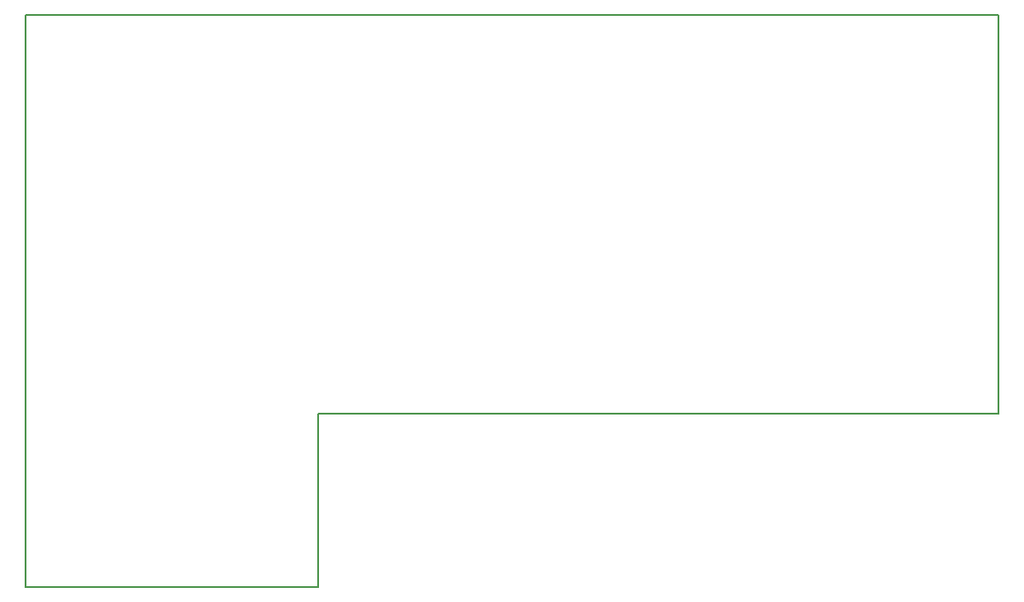
<source format=gbr>
G04 #@! TF.GenerationSoftware,KiCad,Pcbnew,5.0.2-bee76a0~70~ubuntu16.04.1*
G04 #@! TF.CreationDate,2019-03-26T22:40:40+05:30*
G04 #@! TF.ProjectId,neurolab,6e657572-6f6c-4616-922e-6b696361645f,rev?*
G04 #@! TF.SameCoordinates,Original*
G04 #@! TF.FileFunction,Profile,NP*
%FSLAX46Y46*%
G04 Gerber Fmt 4.6, Leading zero omitted, Abs format (unit mm)*
G04 Created by KiCad (PCBNEW 5.0.2-bee76a0~70~ubuntu16.04.1) date Tue 26 Mar 2019 22:40:40 +0530*
%MOMM*%
%LPD*%
G01*
G04 APERTURE LIST*
%ADD10C,0.150000*%
G04 APERTURE END LIST*
D10*
X91500000Y-77875000D02*
X185050000Y-77875000D01*
X91500000Y-132875000D02*
X91500000Y-77875000D01*
X119625000Y-132875000D02*
X91500000Y-132875000D01*
X119625000Y-116225000D02*
X119625000Y-132875000D01*
X185050000Y-116225000D02*
X119625000Y-116225000D01*
X185050000Y-77875000D02*
X185050000Y-116225000D01*
M02*

</source>
